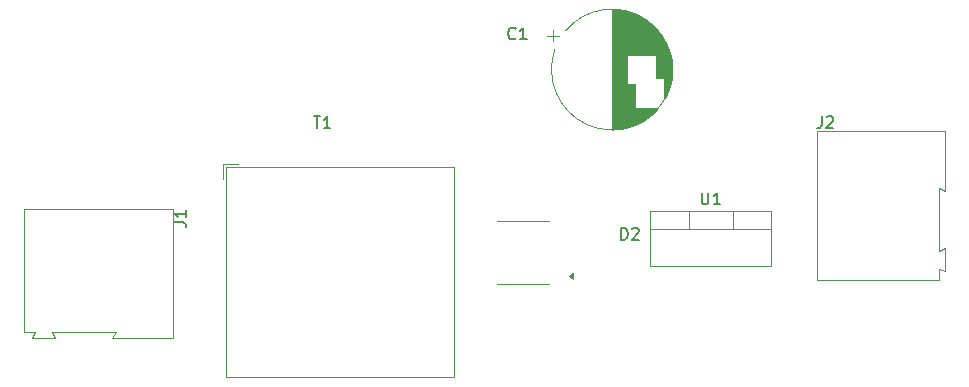
<source format=gbr>
%TF.GenerationSoftware,KiCad,Pcbnew,8.0.8*%
%TF.CreationDate,2025-02-20T20:42:50+05:30*%
%TF.ProjectId,AC to DC,41432074-6f20-4444-932e-6b696361645f,rev?*%
%TF.SameCoordinates,Original*%
%TF.FileFunction,Legend,Top*%
%TF.FilePolarity,Positive*%
%FSLAX46Y46*%
G04 Gerber Fmt 4.6, Leading zero omitted, Abs format (unit mm)*
G04 Created by KiCad (PCBNEW 8.0.8) date 2025-02-20 20:42:50*
%MOMM*%
%LPD*%
G01*
G04 APERTURE LIST*
%ADD10C,0.150000*%
%ADD11C,0.120000*%
G04 APERTURE END LIST*
D10*
X183246666Y-52964819D02*
X183246666Y-53679104D01*
X183246666Y-53679104D02*
X183199047Y-53821961D01*
X183199047Y-53821961D02*
X183103809Y-53917200D01*
X183103809Y-53917200D02*
X182960952Y-53964819D01*
X182960952Y-53964819D02*
X182865714Y-53964819D01*
X183675238Y-53060057D02*
X183722857Y-53012438D01*
X183722857Y-53012438D02*
X183818095Y-52964819D01*
X183818095Y-52964819D02*
X184056190Y-52964819D01*
X184056190Y-52964819D02*
X184151428Y-53012438D01*
X184151428Y-53012438D02*
X184199047Y-53060057D01*
X184199047Y-53060057D02*
X184246666Y-53155295D01*
X184246666Y-53155295D02*
X184246666Y-53250533D01*
X184246666Y-53250533D02*
X184199047Y-53393390D01*
X184199047Y-53393390D02*
X183627619Y-53964819D01*
X183627619Y-53964819D02*
X184246666Y-53964819D01*
X166261905Y-63404819D02*
X166261905Y-62404819D01*
X166261905Y-62404819D02*
X166500000Y-62404819D01*
X166500000Y-62404819D02*
X166642857Y-62452438D01*
X166642857Y-62452438D02*
X166738095Y-62547676D01*
X166738095Y-62547676D02*
X166785714Y-62642914D01*
X166785714Y-62642914D02*
X166833333Y-62833390D01*
X166833333Y-62833390D02*
X166833333Y-62976247D01*
X166833333Y-62976247D02*
X166785714Y-63166723D01*
X166785714Y-63166723D02*
X166738095Y-63261961D01*
X166738095Y-63261961D02*
X166642857Y-63357200D01*
X166642857Y-63357200D02*
X166500000Y-63404819D01*
X166500000Y-63404819D02*
X166261905Y-63404819D01*
X167214286Y-62500057D02*
X167261905Y-62452438D01*
X167261905Y-62452438D02*
X167357143Y-62404819D01*
X167357143Y-62404819D02*
X167595238Y-62404819D01*
X167595238Y-62404819D02*
X167690476Y-62452438D01*
X167690476Y-62452438D02*
X167738095Y-62500057D01*
X167738095Y-62500057D02*
X167785714Y-62595295D01*
X167785714Y-62595295D02*
X167785714Y-62690533D01*
X167785714Y-62690533D02*
X167738095Y-62833390D01*
X167738095Y-62833390D02*
X167166667Y-63404819D01*
X167166667Y-63404819D02*
X167785714Y-63404819D01*
X157333333Y-46359580D02*
X157285714Y-46407200D01*
X157285714Y-46407200D02*
X157142857Y-46454819D01*
X157142857Y-46454819D02*
X157047619Y-46454819D01*
X157047619Y-46454819D02*
X156904762Y-46407200D01*
X156904762Y-46407200D02*
X156809524Y-46311961D01*
X156809524Y-46311961D02*
X156761905Y-46216723D01*
X156761905Y-46216723D02*
X156714286Y-46026247D01*
X156714286Y-46026247D02*
X156714286Y-45883390D01*
X156714286Y-45883390D02*
X156761905Y-45692914D01*
X156761905Y-45692914D02*
X156809524Y-45597676D01*
X156809524Y-45597676D02*
X156904762Y-45502438D01*
X156904762Y-45502438D02*
X157047619Y-45454819D01*
X157047619Y-45454819D02*
X157142857Y-45454819D01*
X157142857Y-45454819D02*
X157285714Y-45502438D01*
X157285714Y-45502438D02*
X157333333Y-45550057D01*
X158285714Y-46454819D02*
X157714286Y-46454819D01*
X158000000Y-46454819D02*
X158000000Y-45454819D01*
X158000000Y-45454819D02*
X157904762Y-45597676D01*
X157904762Y-45597676D02*
X157809524Y-45692914D01*
X157809524Y-45692914D02*
X157714286Y-45740533D01*
X140238095Y-52954819D02*
X140809523Y-52954819D01*
X140523809Y-53954819D02*
X140523809Y-52954819D01*
X141666666Y-53954819D02*
X141095238Y-53954819D01*
X141380952Y-53954819D02*
X141380952Y-52954819D01*
X141380952Y-52954819D02*
X141285714Y-53097676D01*
X141285714Y-53097676D02*
X141190476Y-53192914D01*
X141190476Y-53192914D02*
X141095238Y-53240533D01*
X128444819Y-61913333D02*
X129159104Y-61913333D01*
X129159104Y-61913333D02*
X129301961Y-61960952D01*
X129301961Y-61960952D02*
X129397200Y-62056190D01*
X129397200Y-62056190D02*
X129444819Y-62199047D01*
X129444819Y-62199047D02*
X129444819Y-62294285D01*
X129444819Y-60913333D02*
X129444819Y-61484761D01*
X129444819Y-61199047D02*
X128444819Y-61199047D01*
X128444819Y-61199047D02*
X128587676Y-61294285D01*
X128587676Y-61294285D02*
X128682914Y-61389523D01*
X128682914Y-61389523D02*
X128730533Y-61484761D01*
X173100595Y-59429819D02*
X173100595Y-60239342D01*
X173100595Y-60239342D02*
X173148214Y-60334580D01*
X173148214Y-60334580D02*
X173195833Y-60382200D01*
X173195833Y-60382200D02*
X173291071Y-60429819D01*
X173291071Y-60429819D02*
X173481547Y-60429819D01*
X173481547Y-60429819D02*
X173576785Y-60382200D01*
X173576785Y-60382200D02*
X173624404Y-60334580D01*
X173624404Y-60334580D02*
X173672023Y-60239342D01*
X173672023Y-60239342D02*
X173672023Y-59429819D01*
X174672023Y-60429819D02*
X174100595Y-60429819D01*
X174386309Y-60429819D02*
X174386309Y-59429819D01*
X174386309Y-59429819D02*
X174291071Y-59572676D01*
X174291071Y-59572676D02*
X174195833Y-59667914D01*
X174195833Y-59667914D02*
X174100595Y-59715533D01*
D11*
%TO.C,J2*%
X182850000Y-54200000D02*
X182850000Y-66800000D01*
X182850000Y-66800000D02*
X193200000Y-66800000D01*
X193200000Y-59000000D02*
X193700000Y-59300000D01*
X193200000Y-64400000D02*
X193200000Y-59000000D01*
X193200000Y-65850000D02*
X193700000Y-66100000D01*
X193200000Y-66800000D02*
X193200000Y-65850000D01*
X193700000Y-54200000D02*
X182850000Y-54200000D01*
X193700000Y-59300000D02*
X193700000Y-54200000D01*
X193700000Y-64150000D02*
X193200000Y-64400000D01*
X193700000Y-64200000D02*
X193700000Y-64150000D01*
X193700000Y-66100000D02*
X193700000Y-64200000D01*
%TO.C,D2*%
X157937500Y-61840000D02*
X155737500Y-61840000D01*
X157937500Y-61840000D02*
X160137500Y-61840000D01*
X157937500Y-67160000D02*
X155737500Y-67160000D01*
X157937500Y-67160000D02*
X160137500Y-67160000D01*
X162227500Y-66740000D02*
X161897500Y-66500000D01*
X162227500Y-66260000D01*
X162227500Y-66740000D01*
G36*
X162227500Y-66740000D02*
G01*
X161897500Y-66500000D01*
X162227500Y-66260000D01*
X162227500Y-66740000D01*
G37*
%TO.C,C1*%
X160020354Y-46125000D02*
X161020354Y-46125000D01*
X160520354Y-45625000D02*
X160520354Y-46625000D01*
X165500000Y-43920000D02*
X165500000Y-54080000D01*
X165540000Y-43920000D02*
X165540000Y-54080000D01*
X165580000Y-43920000D02*
X165580000Y-54080000D01*
X165620000Y-43921000D02*
X165620000Y-54079000D01*
X165660000Y-43922000D02*
X165660000Y-54078000D01*
X165700000Y-43923000D02*
X165700000Y-54077000D01*
X165740000Y-43925000D02*
X165740000Y-54075000D01*
X165780000Y-43927000D02*
X165780000Y-54073000D01*
X165820000Y-43930000D02*
X165820000Y-54070000D01*
X165860000Y-43932000D02*
X165860000Y-54068000D01*
X165900000Y-43935000D02*
X165900000Y-54065000D01*
X165940000Y-43938000D02*
X165940000Y-54062000D01*
X165980000Y-43942000D02*
X165980000Y-54058000D01*
X166020000Y-43946000D02*
X166020000Y-54054000D01*
X166060000Y-43950000D02*
X166060000Y-54050000D01*
X166100000Y-43955000D02*
X166100000Y-54045000D01*
X166140000Y-43960000D02*
X166140000Y-54040000D01*
X166180000Y-43965000D02*
X166180000Y-54035000D01*
X166221000Y-43970000D02*
X166221000Y-54030000D01*
X166261000Y-43976000D02*
X166261000Y-54024000D01*
X166301000Y-43982000D02*
X166301000Y-54018000D01*
X166341000Y-43989000D02*
X166341000Y-54011000D01*
X166381000Y-43996000D02*
X166381000Y-54004000D01*
X166421000Y-44003000D02*
X166421000Y-53997000D01*
X166461000Y-44010000D02*
X166461000Y-53990000D01*
X166501000Y-44018000D02*
X166501000Y-53982000D01*
X166541000Y-44026000D02*
X166541000Y-53974000D01*
X166581000Y-44035000D02*
X166581000Y-53965000D01*
X166621000Y-44044000D02*
X166621000Y-53956000D01*
X166661000Y-44053000D02*
X166661000Y-53947000D01*
X166701000Y-44062000D02*
X166701000Y-53938000D01*
X166741000Y-44072000D02*
X166741000Y-53928000D01*
X166781000Y-44082000D02*
X166781000Y-47759000D01*
X166781000Y-50241000D02*
X166781000Y-53918000D01*
X166821000Y-44093000D02*
X166821000Y-47759000D01*
X166821000Y-50241000D02*
X166821000Y-53907000D01*
X166861000Y-44103000D02*
X166861000Y-47759000D01*
X166861000Y-50241000D02*
X166861000Y-53897000D01*
X166901000Y-44115000D02*
X166901000Y-47759000D01*
X166901000Y-50241000D02*
X166901000Y-53885000D01*
X166941000Y-44126000D02*
X166941000Y-47759000D01*
X166941000Y-50241000D02*
X166941000Y-53874000D01*
X166981000Y-44138000D02*
X166981000Y-47759000D01*
X166981000Y-50241000D02*
X166981000Y-53862000D01*
X167021000Y-44150000D02*
X167021000Y-47759000D01*
X167021000Y-50241000D02*
X167021000Y-53850000D01*
X167061000Y-44163000D02*
X167061000Y-47759000D01*
X167061000Y-50241000D02*
X167061000Y-53837000D01*
X167101000Y-44176000D02*
X167101000Y-47759000D01*
X167101000Y-50241000D02*
X167101000Y-53824000D01*
X167141000Y-44189000D02*
X167141000Y-47759000D01*
X167141000Y-50241000D02*
X167141000Y-53811000D01*
X167181000Y-44203000D02*
X167181000Y-47759000D01*
X167181000Y-50241000D02*
X167181000Y-53797000D01*
X167221000Y-44217000D02*
X167221000Y-47759000D01*
X167221000Y-50241000D02*
X167221000Y-53783000D01*
X167261000Y-44232000D02*
X167261000Y-47759000D01*
X167261000Y-50241000D02*
X167261000Y-53768000D01*
X167301000Y-44246000D02*
X167301000Y-47759000D01*
X167301000Y-50241000D02*
X167301000Y-53754000D01*
X167341000Y-44262000D02*
X167341000Y-47759000D01*
X167341000Y-50241000D02*
X167341000Y-53738000D01*
X167381000Y-44277000D02*
X167381000Y-47759000D01*
X167381000Y-50241000D02*
X167381000Y-53723000D01*
X167421000Y-44293000D02*
X167421000Y-47759000D01*
X167421000Y-50241000D02*
X167421000Y-53707000D01*
X167461000Y-44310000D02*
X167461000Y-47759000D01*
X167461000Y-52240000D02*
X167461000Y-53690000D01*
X167501000Y-44326000D02*
X167501000Y-47759000D01*
X167501000Y-52240000D02*
X167501000Y-53674000D01*
X167541000Y-44343000D02*
X167541000Y-47759000D01*
X167541000Y-52240000D02*
X167541000Y-53657000D01*
X167581000Y-44361000D02*
X167581000Y-47759000D01*
X167581000Y-52240000D02*
X167581000Y-53639000D01*
X167621000Y-44379000D02*
X167621000Y-47759000D01*
X167621000Y-52240000D02*
X167621000Y-53621000D01*
X167661000Y-44397000D02*
X167661000Y-47759000D01*
X167661000Y-52240000D02*
X167661000Y-53603000D01*
X167701000Y-44416000D02*
X167701000Y-47759000D01*
X167701000Y-52240000D02*
X167701000Y-53584000D01*
X167741000Y-44436000D02*
X167741000Y-47759000D01*
X167741000Y-52240000D02*
X167741000Y-53564000D01*
X167781000Y-44455000D02*
X167781000Y-47759000D01*
X167781000Y-52240000D02*
X167781000Y-53545000D01*
X167821000Y-44475000D02*
X167821000Y-47759000D01*
X167821000Y-52240000D02*
X167821000Y-53525000D01*
X167861000Y-44496000D02*
X167861000Y-47759000D01*
X167861000Y-52240000D02*
X167861000Y-53504000D01*
X167901000Y-44517000D02*
X167901000Y-47759000D01*
X167901000Y-52240000D02*
X167901000Y-53483000D01*
X167941000Y-44538000D02*
X167941000Y-47759000D01*
X167941000Y-52240000D02*
X167941000Y-53462000D01*
X167981000Y-44560000D02*
X167981000Y-47759000D01*
X167981000Y-52240000D02*
X167981000Y-53440000D01*
X168021000Y-44583000D02*
X168021000Y-47759000D01*
X168021000Y-52240000D02*
X168021000Y-53417000D01*
X168061000Y-44605000D02*
X168061000Y-47759000D01*
X168061000Y-52240000D02*
X168061000Y-53395000D01*
X168101000Y-44629000D02*
X168101000Y-47759000D01*
X168101000Y-52240000D02*
X168101000Y-53371000D01*
X168141000Y-44653000D02*
X168141000Y-47759000D01*
X168141000Y-52240000D02*
X168141000Y-53347000D01*
X168181000Y-44677000D02*
X168181000Y-47759000D01*
X168181000Y-52240000D02*
X168181000Y-53323000D01*
X168221000Y-44702000D02*
X168221000Y-47759000D01*
X168221000Y-52240000D02*
X168221000Y-53298000D01*
X168261000Y-44727000D02*
X168261000Y-47759000D01*
X168261000Y-52240000D02*
X168261000Y-53273000D01*
X168301000Y-44753000D02*
X168301000Y-47759000D01*
X168301000Y-52240000D02*
X168301000Y-53247000D01*
X168341000Y-44779000D02*
X168341000Y-47759000D01*
X168341000Y-52240000D02*
X168341000Y-53221000D01*
X168381000Y-44806000D02*
X168381000Y-47759000D01*
X168381000Y-52240000D02*
X168381000Y-53194000D01*
X168421000Y-44834000D02*
X168421000Y-47759000D01*
X168421000Y-52240000D02*
X168421000Y-53166000D01*
X168461000Y-44862000D02*
X168461000Y-47759000D01*
X168461000Y-52240000D02*
X168461000Y-53138000D01*
X168501000Y-44890000D02*
X168501000Y-47759000D01*
X168501000Y-52240000D02*
X168501000Y-53110000D01*
X168541000Y-44920000D02*
X168541000Y-47759000D01*
X168541000Y-52240000D02*
X168541000Y-53080000D01*
X168581000Y-44950000D02*
X168581000Y-47759000D01*
X168581000Y-52240000D02*
X168581000Y-53050000D01*
X168621000Y-44980000D02*
X168621000Y-47759000D01*
X168621000Y-52240000D02*
X168621000Y-53020000D01*
X168661000Y-45011000D02*
X168661000Y-47759000D01*
X168661000Y-52240000D02*
X168661000Y-52989000D01*
X168701000Y-45043000D02*
X168701000Y-47759000D01*
X168701000Y-52240000D02*
X168701000Y-52957000D01*
X168741000Y-45075000D02*
X168741000Y-47759000D01*
X168741000Y-52240000D02*
X168741000Y-52925000D01*
X168781000Y-45108000D02*
X168781000Y-47759000D01*
X168781000Y-52240000D02*
X168781000Y-52892000D01*
X168821000Y-45142000D02*
X168821000Y-47759000D01*
X168821000Y-52240000D02*
X168821000Y-52858000D01*
X168861000Y-45176000D02*
X168861000Y-47759000D01*
X168861000Y-52240000D02*
X168861000Y-52824000D01*
X168901000Y-45211000D02*
X168901000Y-47759000D01*
X168901000Y-52240000D02*
X168901000Y-52789000D01*
X168941000Y-45247000D02*
X168941000Y-47759000D01*
X168941000Y-52240000D02*
X168941000Y-52753000D01*
X168981000Y-45284000D02*
X168981000Y-47759000D01*
X168981000Y-52240000D02*
X168981000Y-52716000D01*
X169021000Y-45321000D02*
X169021000Y-47759000D01*
X169021000Y-52240000D02*
X169021000Y-52679000D01*
X169061000Y-45360000D02*
X169061000Y-47759000D01*
X169061000Y-52240000D02*
X169061000Y-52640000D01*
X169101000Y-45399000D02*
X169101000Y-47759000D01*
X169101000Y-52240000D02*
X169101000Y-52601000D01*
X169141000Y-45439000D02*
X169141000Y-47759000D01*
X169141000Y-52240000D02*
X169141000Y-52561000D01*
X169181000Y-45480000D02*
X169181000Y-47759000D01*
X169181000Y-52240000D02*
X169181000Y-52520000D01*
X169221000Y-45522000D02*
X169221000Y-47759000D01*
X169221000Y-52240000D02*
X169221000Y-52478000D01*
X169261000Y-45564000D02*
X169261000Y-49760000D01*
X169261000Y-52240000D02*
X169261000Y-52436000D01*
X169301000Y-45608000D02*
X169301000Y-49760000D01*
X169301000Y-52240000D02*
X169301000Y-52392000D01*
X169341000Y-45653000D02*
X169341000Y-49760000D01*
X169341000Y-52240000D02*
X169341000Y-52347000D01*
X169381000Y-45699000D02*
X169381000Y-49760000D01*
X169381000Y-52240000D02*
X169381000Y-52301000D01*
X169421000Y-45746000D02*
X169421000Y-49760000D01*
X169421000Y-52240000D02*
X169421000Y-52254000D01*
X169461000Y-45794000D02*
X169461000Y-49760000D01*
X169501000Y-45844000D02*
X169501000Y-49760000D01*
X169541000Y-45894000D02*
X169541000Y-49760000D01*
X169581000Y-45946000D02*
X169581000Y-49760000D01*
X169621000Y-46000000D02*
X169621000Y-49760000D01*
X169661000Y-46055000D02*
X169661000Y-49760000D01*
X169701000Y-46111000D02*
X169701000Y-49760000D01*
X169741000Y-46170000D02*
X169741000Y-49760000D01*
X169781000Y-46230000D02*
X169781000Y-49760000D01*
X169821000Y-46291000D02*
X169821000Y-49760000D01*
X169861000Y-46355000D02*
X169861000Y-49760000D01*
X169901000Y-46421000D02*
X169901000Y-49760000D01*
X169941000Y-46490000D02*
X169941000Y-51510000D01*
X169981000Y-46561000D02*
X169981000Y-51439000D01*
X170021000Y-46635000D02*
X170021000Y-51365000D01*
X170061000Y-46711000D02*
X170061000Y-51289000D01*
X170101000Y-46791000D02*
X170101000Y-51209000D01*
X170141000Y-46875000D02*
X170141000Y-51125000D01*
X170181000Y-46963000D02*
X170181000Y-51037000D01*
X170221000Y-47056000D02*
X170221000Y-50944000D01*
X170261000Y-47154000D02*
X170261000Y-50846000D01*
X170301000Y-47258000D02*
X170301000Y-50742000D01*
X170341000Y-47370000D02*
X170341000Y-50630000D01*
X170381000Y-47490000D02*
X170381000Y-50510000D01*
X170421000Y-47622000D02*
X170421000Y-50378000D01*
X170461000Y-47770000D02*
X170461000Y-50230000D01*
X170501000Y-47938000D02*
X170501000Y-50062000D01*
X170541000Y-48138000D02*
X170541000Y-49862000D01*
X170581000Y-48401000D02*
X170581000Y-49599000D01*
X161551988Y-45740000D02*
G75*
G02*
X160675097Y-47286902I3948012J-3260000D01*
G01*
%TO.C,T1*%
X132560000Y-56960000D02*
X133840000Y-56960000D01*
X132560000Y-58240000D02*
X132560000Y-56960000D01*
X132860000Y-57260000D02*
X152140000Y-57260000D01*
X152140000Y-75040000D01*
X132860000Y-75040000D01*
X132860000Y-57260000D01*
%TO.C,J1*%
X115700000Y-60850000D02*
X115700000Y-71200000D01*
X115700000Y-71200000D02*
X116650000Y-71200000D01*
X116400000Y-71700000D02*
X118300000Y-71700000D01*
X116650000Y-71200000D02*
X116400000Y-71700000D01*
X118100000Y-71200000D02*
X123500000Y-71200000D01*
X118300000Y-71700000D02*
X118350000Y-71700000D01*
X118350000Y-71700000D02*
X118100000Y-71200000D01*
X123200000Y-71700000D02*
X128300000Y-71700000D01*
X123500000Y-71200000D02*
X123200000Y-71700000D01*
X128300000Y-60850000D02*
X115700000Y-60850000D01*
X128300000Y-71700000D02*
X128300000Y-60850000D01*
%TO.C,U1*%
X168742500Y-60975000D02*
X168742500Y-65616000D01*
X168742500Y-60975000D02*
X178982500Y-60975000D01*
X168742500Y-62485000D02*
X178982500Y-62485000D01*
X168742500Y-65616000D02*
X178982500Y-65616000D01*
X172012500Y-60975000D02*
X172012500Y-62485000D01*
X175713500Y-60975000D02*
X175713500Y-62485000D01*
X178982500Y-60975000D02*
X178982500Y-65616000D01*
%TD*%
M02*

</source>
